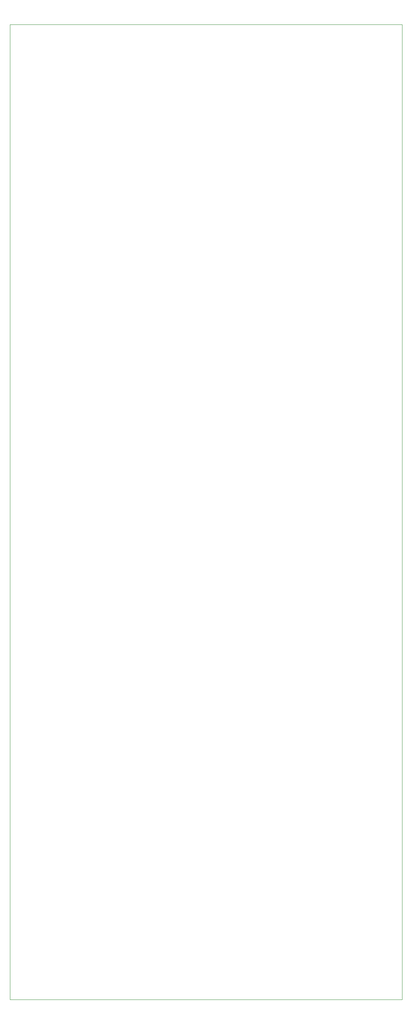
<source format=gbr>
G04 Layer_Color=0*
%FSLAX26Y26*%
%MOIN*%
%TF.FileFunction,Profile,NP*%
%TF.Part,Single*%
G01*
G75*
%TA.AperFunction,Profile*%
%ADD141C,0.001000*%
D141*
X-195622Y-5714567D02*
X3225559Y-5714567D01*
X3225559Y2785433D01*
X-195622Y2785433D01*
X-195622Y-5714567D01*
%TF.MD5,d01b6f41000a7c77395efef23e0c6d88*%
M02*

</source>
